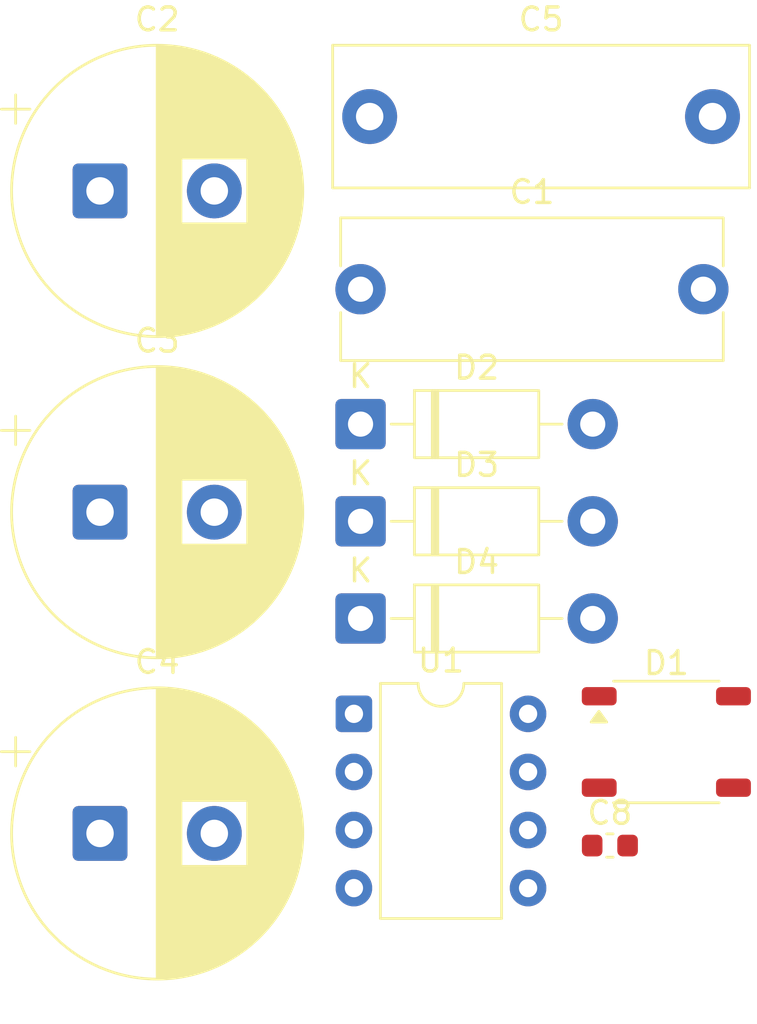
<source format=kicad_pcb>
(kicad_pcb (version 20241229) (generator "pcbnew") (generator_version "9.0")
  (layers (0 "F.Cu" signal) (2 "B.Cu" signal) (13 "F.Paste" user) (15 "B.Paste" user) (5 "F.SilkS" user "F.Silkscreen") (7 "B.SilkS" user "B.Silkscreen") (1 "F.Mask" user) (3 "B.Mask" user) (25 "Edge.Cuts" user))
  (net 0 "")
  (net 1 "Net-(C1-Pad1)")
  (net 2 "Net-(J1-Pin_1)")
  (net 3 "Net-(D1-+)")
  (net 4 "Net-(D1--)")
  (net 5 "Net-(T1-AA)")
  (net 6 "Net-(D2-K)")
  (net 7 "Net-(D3-K)")
  (net 8 "GND")
  (net 9 "Net-(D1-Pad4)")
  (net 10 "Net-(D1-Pad3)")
  (net 11 "Net-(D2-A)")
  (net 12 "Net-(D3-A)")
  (net 13 "Net-(D4-K)")
  (net 14 "Net-(D4-A)")
  (net 15 "Net-(U1-FB)")
  (net 16 "Earth")
  (net 17 "Net-(U1-CS)")
  (footprint "Diode_THT:D_DO-41_SOD81_P10.16mm_Horizontal" (layer "F.Cu") (at 202.4025 128.36)
    (property "Reference" "D2" (at 5.08 -2.47 0) (layer "F.SilkS"))
    (property "Value" "1N4007")
    (fp_text user "K" (at 0 -2.1 0) (layer "F.SilkS"))
    (pad "1" thru_hole roundrect (at 0 0) (size 2.2 2.2) (drill 1.1) (layers "*.Cu" "*.Mask") (roundrect_rratio 0.113636) (net 6 "Net-(D2-K)"))
    (pad "2" thru_hole circle (at 10.16 0) (size 2.2 2.2) (drill 1.1) (layers "*.Cu" "*.Mask") (net 11 "Net-(D2-A)"))
  )
  (footprint "Package_SO:TSSOP-4_4.4x5mm_P4mm" (layer "F.Cu") (at 215.7825 142.26)
    (property "Reference" "D1" (at 0 -3.45 0) (layer "F.SilkS"))
    (property "Value" "MDB8S")
    (pad "1" smd roundrect (at -2.9375 -2) (size 1.525 0.8) (layers "F.Cu" "F.Mask" "F.Paste") (net 3 "Net-(D1-+)"))
    (pad "2" smd roundrect (at -2.9375 2) (size 1.525 0.8) (layers "F.Cu" "F.Mask" "F.Paste") (net 4 "Net-(D1--)"))
    (pad "3" smd roundrect (at 2.9375 2) (size 1.525 0.8) (layers "F.Cu" "F.Mask" "F.Paste") (net 10 "Net-(D1-Pad3)"))
    (pad "4" smd roundrect (at 2.9375 -2) (size 1.525 0.8) (layers "F.Cu" "F.Mask" "F.Paste") (net 9 "Net-(D1-Pad4)"))
  )
  (footprint "Capacitor_SMD:C_0603_1608Metric" (layer "F.Cu") (at 213.3125 146.79)
    (property "Reference" "C8" (at 0 -1.43 0) (layer "F.SilkS"))
    (property "Value" "C0603/100nF")
    (pad "1" smd roundrect (at -0.775 0) (size 0.9 0.95) (layers "F.Cu" "F.Mask" "F.Paste") (net 7 "Net-(D3-K)"))
    (pad "2" smd roundrect (at 0.775 0) (size 0.9 0.95) (layers "F.Cu" "F.Mask" "F.Paste") (net 8 "GND"))
  )
  (footprint "Package_DIP:DIP-8_W7.62mm" (layer "F.Cu") (at 202.1125 141.03)
    (property "Reference" "U1" (at 3.81 -2.33 0) (layer "F.SilkS"))
    (property "Value" "~")
    (pad "1" thru_hole roundrect (at 0 0) (size 1.6 1.6) (drill 0.8) (layers "*.Cu" "*.Mask") (roundrect_rratio 0.15625) (net 13 "Net-(D4-K)"))
    (pad "2" thru_hole circle (at 0 2.54) (size 1.6 1.6) (drill 0.8) (layers "*.Cu" "*.Mask") (net 16 "Earth"))
    (pad "3" thru_hole circle (at 0 5.08) (size 1.6 1.6) (drill 0.8) (layers "*.Cu" "*.Mask") (net 15 "Net-(U1-FB)"))
    (pad "4" thru_hole circle (at 0 7.62) (size 1.6 1.6) (drill 0.8) (layers "*.Cu" "*.Mask") (net 17 "Net-(U1-CS)"))
    (pad "5" thru_hole circle (at 7.62 7.62) (size 1.6 1.6) (drill 0.8) (layers "*.Cu" "*.Mask") (net 11 "Net-(D2-A)"))
    (pad "6" thru_hole circle (at 7.62 5.08) (size 1.6 1.6) (drill 0.8) (layers "*.Cu" "*.Mask") (net 11 "Net-(D2-A)"))
    (pad "7" thru_hole circle (at 7.62 2.54) (size 1.6 1.6) (drill 0.8) (layers "*.Cu" "*.Mask") (net 11 "Net-(D2-A)"))
    (pad "8" thru_hole circle (at 7.62 0) (size 1.6 1.6) (drill 0.8) (layers "*.Cu" "*.Mask") (net 11 "Net-(D2-A)"))
  )
  (footprint "Capacitor_THT:C_Rect_L16.5mm_W6.0mm_P15.00mm_MKT" (layer "F.Cu") (at 202.4025 122.46)
    (property "Reference" "C1" (at 7.5 -4.25 0) (layer "F.SilkS"))
    (property "Value" "C/0.1uF/275VAC")
    (pad "1" thru_hole circle (at 0 0) (size 2.2 2.2) (drill 1.1) (layers "*.Cu" "*.Mask") (net 1 "Net-(C1-Pad1)"))
    (pad "2" thru_hole circle (at 15 0) (size 2.2 2.2) (drill 1.1) (layers "*.Cu" "*.Mask") (net 2 "Net-(J1-Pin_1)"))
  )
  (footprint "Diode_THT:D_DO-41_SOD81_P10.16mm_Horizontal" (layer "F.Cu") (at 202.4025 136.86)
    (property "Reference" "D4" (at 5.08 -2.47 0) (layer "F.SilkS"))
    (property "Value" "US1M")
    (fp_text user "K" (at 0 -2.1 0) (layer "F.SilkS"))
    (pad "1" thru_hole roundrect (at 0 0) (size 2.2 2.2) (drill 1.1) (layers "*.Cu" "*.Mask") (roundrect_rratio 0.113636) (net 13 "Net-(D4-K)"))
    (pad "2" thru_hole circle (at 10.16 0) (size 2.2 2.2) (drill 1.1) (layers "*.Cu" "*.Mask") (net 14 "Net-(D4-A)"))
  )
  (footprint "Capacitor_THT:C_Rect_L18.0mm_W6.0mm_P15.00mm_FKS3_FKP3" (layer "F.Cu") (at 202.8025 114.91)
    (property "Reference" "C5" (at 7.5 -4.25 0) (layer "F.SilkS"))
    (property "Value" "C/220nF/400VDC")
    (pad "1" thru_hole circle (at 0 0) (size 2.4 2.4) (drill 1.2) (layers "*.Cu" "*.Mask") (net 5 "Net-(T1-AA)"))
    (pad "2" thru_hole circle (at 15 0) (size 2.4 2.4) (drill 1.2) (layers "*.Cu" "*.Mask") (net 6 "Net-(D2-K)"))
  )
  (footprint "Capacitor_THT:CP_Radial_D12.5mm_P5.00mm" (layer "F.Cu") (at 191.004582 146.26)
    (property "Reference" "C4" (at 2.5 -7.5 0) (layer "F.SilkS"))
    (property "Value" "CP/22uF/450V")
    (pad "1" thru_hole roundrect (at 0 0) (size 2.4 2.4) (drill 1.2) (layers "*.Cu" "*.Mask") (roundrect_rratio 0.104167) (net 5 "Net-(T1-AA)"))
    (pad "2" thru_hole circle (at 5 0) (size 2.4 2.4) (drill 1.2) (layers "*.Cu" "*.Mask") (net 4 "Net-(D1--)"))
  )
  (footprint "Diode_THT:D_DO-41_SOD81_P10.16mm_Horizontal" (layer "F.Cu") (at 202.4025 132.61)
    (property "Reference" "D3" (at 5.08 -2.47 0) (layer "F.SilkS"))
    (property "Value" "1N4007")
    (fp_text user "K" (at 0 -2.1 0) (layer "F.SilkS"))
    (pad "1" thru_hole roundrect (at 0 0) (size 2.2 2.2) (drill 1.1) (layers "*.Cu" "*.Mask") (roundrect_rratio 0.113636) (net 7 "Net-(D3-K)"))
    (pad "2" thru_hole circle (at 10.16 0) (size 2.2 2.2) (drill 1.1) (layers "*.Cu" "*.Mask") (net 12 "Net-(D3-A)"))
  )
  (footprint "Capacitor_THT:CP_Radial_D12.5mm_P5.00mm" (layer "F.Cu") (at 191.004582 118.16)
    (property "Reference" "C2" (at 2.5 -7.5 0) (layer "F.SilkS"))
    (property "Value" "CP/22uF/450V")
    (pad "1" thru_hole roundrect (at 0 0) (size 2.4 2.4) (drill 1.2) (layers "*.Cu" "*.Mask") (roundrect_rratio 0.104167) (net 3 "Net-(D1-+)"))
    (pad "2" thru_hole circle (at 5 0) (size 2.4 2.4) (drill 1.2) (layers "*.Cu" "*.Mask") (net 4 "Net-(D1--)"))
  )
  (footprint "Capacitor_THT:CP_Radial_D12.5mm_P5.00mm" (layer "F.Cu") (at 191.004582 132.21)
    (property "Reference" "C3" (at 2.5 -7.5 0) (layer "F.SilkS"))
    (property "Value" "CP/22uF/450V")
    (pad "1" thru_hole roundrect (at 0 0) (size 2.4 2.4) (drill 1.2) (layers "*.Cu" "*.Mask") (roundrect_rratio 0.104167) (net 5 "Net-(T1-AA)"))
    (pad "2" thru_hole circle (at 5 0) (size 2.4 2.4) (drill 1.2) (layers "*.Cu" "*.Mask") (net 4 "Net-(D1--)"))
  )
)
</source>
